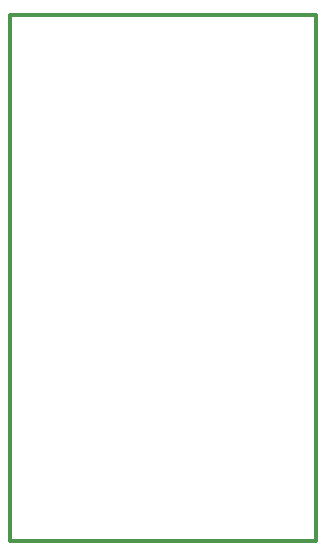
<source format=gbr>
G04 DesignSpark PCB Gerber Version 11.0 Build 5877*
G04 #@! TF.Part,Single*
%FSLAX35Y35*%
%MOIN*%
%ADD76C,0.01200*%
G04 #@! TD.AperFunction*
X0Y0D02*
D02*
D76*
X600Y4315D02*
X102598D01*
Y179630D01*
X600D01*
Y4315D01*
X0Y0D02*
M02*

</source>
